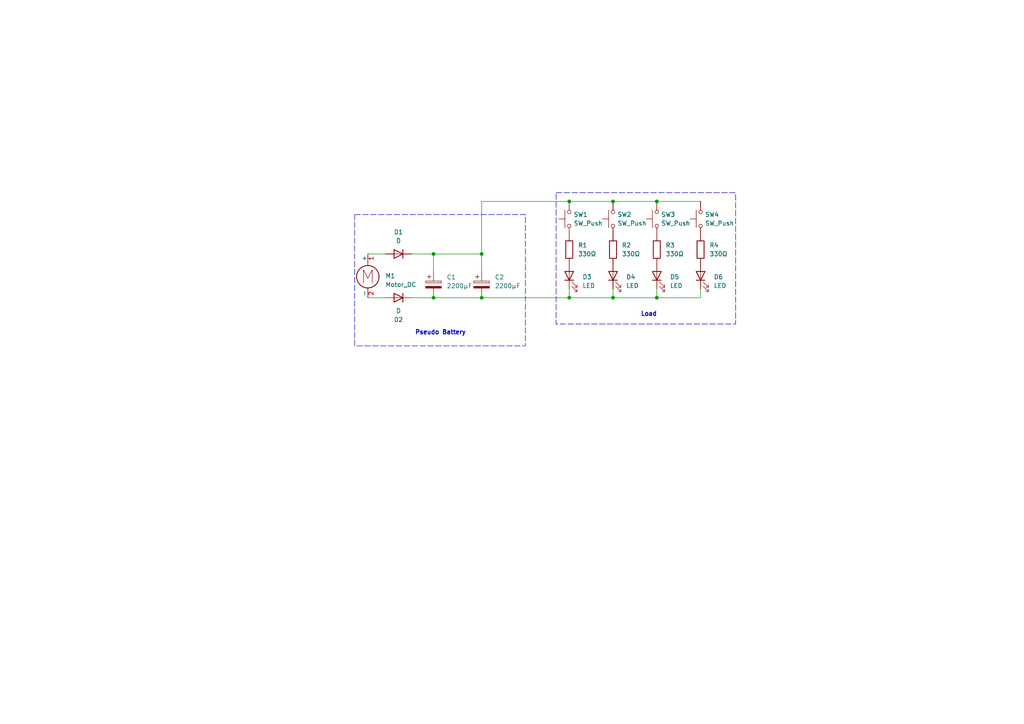
<source format=kicad_sch>
(kicad_sch (version 20250114) (generator "eeschema") (generator_version "9.0")
  (paper "A4")
  (lib_symbols
    (symbol "Device:C_Polarized" (pin_numbers (hide yes)) (pin_names (offset 0.254))
      (property "Reference" "C" (at 0.635 2.54 0))
      (property "Value" "C_Polarized" (at 0.635 -2.54 0))
      (symbol "C_Polarized_0_1"
        (rectangle (start -2.286 0.508) (end 2.286 1.016))
        (polyline (pts (xy -1.778 2.286) (xy -0.762 2.286)))
        (polyline (pts (xy -1.27 2.794) (xy -1.27 1.778)))
        (rectangle (start 2.286 -0.508) (end -2.286 -1.016) (fill (type outline)))
      )
      (symbol "C_Polarized_1_1"
        (pin passive line (at 0 3.81 270) (length 2.794) (name "~") (number "1"))
        (pin passive line (at 0 -3.81 90) (length 2.794) (name "~") (number "2"))
      )
    )
    (symbol "Device:D" (pin_numbers (hide yes)) (pin_names (offset 1.016) (hide yes))
      (property "Reference" "D" (at 0 2.54 0))
      (property "Value" "D" (at 0 -2.54 0))
      (symbol "D_0_1"
        (polyline (pts (xy -1.27 1.27) (xy -1.27 -1.27)) (stroke (width 0.254)))
        (polyline (pts (xy 1.27 1.27) (xy 1.27 -1.27) (xy -1.27 0) (xy 1.27 1.27)) (stroke (width 0.254)))
        (polyline (pts (xy 1.27 0) (xy -1.27 0)))
      )
      (symbol "D_1_1"
        (pin passive line (at -3.81 0 0) (length 2.54) (name "K") (number "1"))
        (pin passive line (at 3.81 0 180) (length 2.54) (name "A") (number "2"))
      )
    )
    (symbol "Device:LED" (pin_numbers (hide yes)) (pin_names (offset 1.016) (hide yes))
      (property "Reference" "D" (at 0 2.54 0))
      (property "Value" "LED" (at 0 -2.54 0))
      (symbol "LED_0_1"
        (polyline (pts (xy -3.048 -0.762) (xy -4.572 -2.286) (xy -3.81 -2.286) (xy -4.572 -2.286) (xy -4.572 -1.524)))
        (polyline (pts (xy -1.778 -0.762) (xy -3.302 -2.286) (xy -2.54 -2.286) (xy -3.302 -2.286) (xy -3.302 -1.524)))
        (polyline (pts (xy -1.27 0) (xy 1.27 0)))
        (polyline (pts (xy -1.27 -1.27) (xy -1.27 1.27)) (stroke (width 0.254)))
        (polyline (pts (xy 1.27 -1.27) (xy 1.27 1.27) (xy -1.27 0) (xy 1.27 -1.27)) (stroke (width 0.254)))
      )
      (symbol "LED_1_1"
        (pin passive line (at -3.81 0 0) (length 2.54) (name "K") (number "1"))
        (pin passive line (at 3.81 0 180) (length 2.54) (name "A") (number "2"))
      )
    )
    (symbol "Device:R" (pin_numbers (hide yes)) (pin_names (offset 0))
      (property "Reference" "R" (at 2.032 0 90))
      (property "Value" "R" (at 0 0 90))
      (symbol "R_0_1"
        (rectangle (start -1.016 -2.54) (end 1.016 2.54) (stroke (width 0.254)))
      )
      (symbol "R_1_1"
        (pin passive line (at 0 3.81 270) (length 1.27) (name "~") (number "1"))
        (pin passive line (at 0 -3.81 90) (length 1.27) (name "~") (number "2"))
      )
    )
    (symbol "Motor:Motor_DC" (pin_names (offset 0))
      (property "Reference" "M" (at 2.54 2.54 0))
      (property "Value" "Motor_DC" (at 2.54 -5.08 0))
      (symbol "Motor_DC_0_0"
        (polyline (pts (xy -1.27 -3.302) (xy -1.27 0.508) (xy 0 -2.032) (xy 1.27 0.508) (xy 1.27 -3.302)))
      )
      (symbol "Motor_DC_0_1"
        (polyline (pts (xy 0 2.032) (xy 0 2.54)))
        (polyline (pts (xy 0 1.7272) (xy 0 2.0828)))
        (circle (center 0 -1.524) (radius 3.2512) (stroke (width 0.254)))
        (polyline (pts (xy 0 -4.7752) (xy 0 -5.1816)))
        (polyline (pts (xy 0 -7.62) (xy 0 -7.112)))
      )
      (symbol "Motor_DC_1_1"
        (pin passive line (at 0 5.08 270) (length 2.54) (name "+") (number "1"))
        (pin passive line (at 0 -7.62 90) (length 2.54) (name "-") (number "2"))
      )
    )
    (symbol "Switch:SW_Push" (pin_numbers (hide yes)) (pin_names (offset 1.016) (hide yes))
      (property "Reference" "SW" (at 1.27 2.54 0))
      (property "Value" "SW_Push" (at 0 -1.524 0))
      (symbol "SW_Push_0_1"
        (circle (center -2.032 0) (radius 0.508))
        (polyline (pts (xy 0 1.27) (xy 0 3.048)))
        (circle (center 2.032 0) (radius 0.508))
        (polyline (pts (xy 2.54 1.27) (xy -2.54 1.27)))
        (pin passive line (at -5.08 0 0) (length 2.54) (name "1") (number "1"))
        (pin passive line (at 5.08 0 180) (length 2.54) (name "2") (number "2"))
      )
    )
  )
  (rectangle (start 161.29 55.88) (end 213.36 93.98) (stroke (width 0) (type dash)))
  (rectangle (start 102.87 62.23) (end 152.4 100.33) (stroke (width 0) (type dash)))
  (text "Pseudo Battery" (at 127.762 96.52 0) (effects (font (size 1.27 1.27) (thickness 0.254) (bold yes))))
  (text "Load" (at 188.214 91.186 0) (effects (font (size 1.27 1.27) (thickness 0.254) (bold yes))))
  (junction (at 190.5 86.36))
  (junction (at 165.1 58.42))
  (junction (at 190.5 58.42))
  (junction (at 125.73 86.36))
  (junction (at 139.7 73.66))
  (junction (at 125.73 73.66))
  (junction (at 165.1 86.36))
  (junction (at 177.8 58.42))
  (junction (at 177.8 86.36))
  (junction (at 139.7 86.36))
  (wire (pts (xy 177.8 83.82) (xy 177.8 86.36)))
  (wire (pts (xy 106.68 86.36) (xy 111.76 86.36)))
  (wire (pts (xy 125.73 78.74) (xy 125.73 73.66)))
  (wire (pts (xy 139.7 58.42) (xy 139.7 73.66)))
  (wire (pts (xy 139.7 58.42) (xy 165.1 58.42)))
  (wire (pts (xy 119.38 86.36) (xy 125.73 86.36)))
  (wire (pts (xy 203.2 86.36) (xy 190.5 86.36)))
  (wire (pts (xy 190.5 83.82) (xy 190.5 86.36)))
  (wire (pts (xy 139.7 73.66) (xy 139.7 78.74)))
  (wire (pts (xy 177.8 58.42) (xy 190.5 58.42)))
  (wire (pts (xy 190.5 58.42) (xy 203.2 58.42)))
  (wire (pts (xy 165.1 83.82) (xy 165.1 86.36)))
  (wire (pts (xy 106.68 73.66) (xy 111.76 73.66)))
  (wire (pts (xy 125.73 73.66) (xy 119.38 73.66)))
  (wire (pts (xy 165.1 58.42) (xy 177.8 58.42)))
  (wire (pts (xy 139.7 86.36) (xy 165.1 86.36)))
  (wire (pts (xy 203.2 83.82) (xy 203.2 86.36)))
  (wire (pts (xy 165.1 86.36) (xy 177.8 86.36)))
  (wire (pts (xy 177.8 86.36) (xy 190.5 86.36)))
  (wire (pts (xy 125.73 86.36) (xy 139.7 86.36)))
  (wire (pts (xy 125.73 73.66) (xy 139.7 73.66)))
  (symbol (lib_id "Switch:SW_Push") (at 165.1 63.5 90) (unit 1)
    (property "Reference" "SW1" (at 166.37 62.2299 90) (effects (justify right)))
    (property "Value" "SW_Push" (at 166.37 64.7699 90) (effects (justify right)))
    (property "Description" "Push button switch, generic, two pins" (effects (hide yes)))
  )
  (symbol (lib_id "Device:LED") (at 203.2 80.01 90) (unit 1)
    (property "Reference" "D6" (at 207.01 80.3274 90) (effects (justify right)))
    (property "Value" "LED" (at 207.01 82.8674 90) (effects (justify right)))
    (property "Description" "Light emitting diode" (effects (hide yes)))
    (property "Sim.Pins" "1=K 2=A" (effects (hide yes)))
  )
  (symbol (lib_id "Device:R") (at 165.1 72.39 0) (unit 1)
    (property "Reference" "R1" (at 167.64 71.1199 0) (effects (justify left)))
    (property "Value" "330Ω" (at 167.64 73.6599 0) (effects (justify left)))
    (property "Description" "Resistor" (effects (hide yes)))
  )
  (symbol (lib_id "Device:C_Polarized") (at 125.73 82.55 0) (unit 1)
    (property "Reference" "C1" (at 129.54 80.3909 0) (effects (justify left)))
    (property "Value" "2200µF" (at 129.54 82.9309 0) (effects (justify left)))
    (property "Description" "Polarized capacitor" (effects (hide yes)))
  )
  (symbol (lib_id "Device:D") (at 115.57 73.66 180) (unit 1)
    (property "Reference" "D1" (at 115.57 67.31 0))
    (property "Value" "D" (at 115.57 69.85 0))
    (property "Description" "Diode" (effects (hide yes)))
    (property "Sim.Device" "D" (effects (hide yes)))
    (property "Sim.Pins" "1=K 2=A" (effects (hide yes)))
  )
  (symbol (lib_id "Device:R") (at 177.8 72.39 0) (unit 1)
    (property "Reference" "R2" (at 180.34 71.1199 0) (effects (justify left)))
    (property "Value" "330Ω" (at 180.34 73.6599 0) (effects (justify left)))
    (property "Description" "Resistor" (effects (hide yes)))
  )
  (symbol (lib_id "Device:R") (at 203.2 72.39 0) (unit 1)
    (property "Reference" "R4" (at 205.74 71.1199 0) (effects (justify left)))
    (property "Value" "330Ω" (at 205.74 73.6599 0) (effects (justify left)))
    (property "Description" "Resistor" (effects (hide yes)))
  )
  (symbol (lib_id "Switch:SW_Push") (at 203.2 63.5 90) (unit 1)
    (property "Reference" "SW4" (at 204.47 62.2299 90) (effects (justify right)))
    (property "Value" "SW_Push" (at 204.47 64.7699 90) (effects (justify right)))
    (property "Description" "Push button switch, generic, two pins" (effects (hide yes)))
  )
  (symbol (lib_id "Device:R") (at 190.5 72.39 0) (unit 1)
    (property "Reference" "R3" (at 193.04 71.1199 0) (effects (justify left)))
    (property "Value" "330Ω" (at 193.04 73.6599 0) (effects (justify left)))
    (property "Description" "Resistor" (effects (hide yes)))
  )
  (symbol (lib_id "Device:LED") (at 165.1 80.01 90) (unit 1)
    (property "Reference" "D3" (at 168.91 80.3274 90) (effects (justify right)))
    (property "Value" "LED" (at 168.91 82.8674 90) (effects (justify right)))
    (property "Description" "Light emitting diode" (effects (hide yes)))
    (property "Sim.Pins" "1=K 2=A" (effects (hide yes)))
  )
  (symbol (lib_id "Device:D") (at 115.57 86.36 0) (mirror y) (unit 1)
    (property "Reference" "D2" (at 115.57 92.71 0))
    (property "Value" "D" (at 115.57 90.17 0))
    (property "Description" "Diode" (effects (hide yes)))
    (property "Sim.Device" "D" (effects (hide yes)))
    (property "Sim.Pins" "1=K 2=A" (effects (hide yes)))
  )
  (symbol (lib_id "Device:LED") (at 177.8 80.01 90) (unit 1)
    (property "Reference" "D4" (at 181.61 80.3274 90) (effects (justify right)))
    (property "Value" "LED" (at 181.61 82.8674 90) (effects (justify right)))
    (property "Description" "Light emitting diode" (effects (hide yes)))
    (property "Sim.Pins" "1=K 2=A" (effects (hide yes)))
  )
  (symbol (lib_id "Switch:SW_Push") (at 190.5 63.5 90) (unit 1)
    (property "Reference" "SW3" (at 191.77 62.2299 90) (effects (justify right)))
    (property "Value" "SW_Push" (at 191.77 64.7699 90) (effects (justify right)))
    (property "Description" "Push button switch, generic, two pins" (effects (hide yes)))
  )
  (symbol (lib_id "Device:LED") (at 190.5 80.01 90) (unit 1)
    (property "Reference" "D5" (at 194.31 80.3274 90) (effects (justify right)))
    (property "Value" "LED" (at 194.31 82.8674 90) (effects (justify right)))
    (property "Description" "Light emitting diode" (effects (hide yes)))
    (property "Sim.Pins" "1=K 2=A" (effects (hide yes)))
  )
  (symbol (lib_id "Device:C_Polarized") (at 139.7 82.55 0) (unit 1)
    (property "Reference" "C2" (at 143.51 80.3909 0) (effects (justify left)))
    (property "Value" "2200µF" (at 143.51 82.9309 0) (effects (justify left)))
    (property "Description" "Polarized capacitor" (effects (hide yes)))
  )
  (symbol (lib_id "Motor:Motor_DC") (at 106.68 78.74 0) (unit 1)
    (property "Reference" "M1" (at 111.76 80.0099 0) (effects (justify left)))
    (property "Value" "Motor_DC" (at 111.76 82.5499 0) (effects (justify left)))
    (property "Description" "DC Motor" (effects (hide yes)))
  )
  (symbol (lib_id "Switch:SW_Push") (at 177.8 63.5 90) (unit 1)
    (property "Reference" "SW2" (at 179.07 62.2299 90) (effects (justify right)))
    (property "Value" "SW_Push" (at 179.07 64.7699 90) (effects (justify right)))
    (property "Description" "Push button switch, generic, two pins" (effects (hide yes)))
  )
)
</source>
